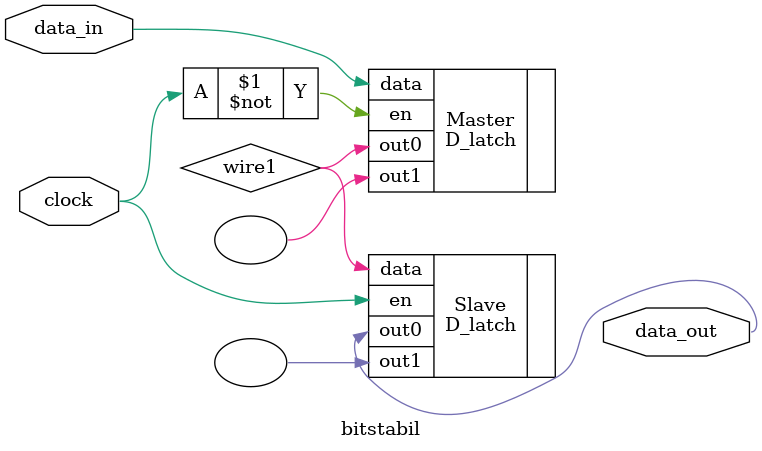
<source format=v>
`timescale 1ns / 1ps

module bitstabil(

    input data_in,
    input clock,
    output data_out
    );
    
    wire wire1;
    
    D_latch Master(
        .data(data_in),
        .en(~clock),
        .out0(wire1),
        .out1()
    
    );
    
    D_latch Slave(
        .data(wire1),
        .en(clock),
        .out0(data_out),
        .out1()
    );
endmodule

</source>
